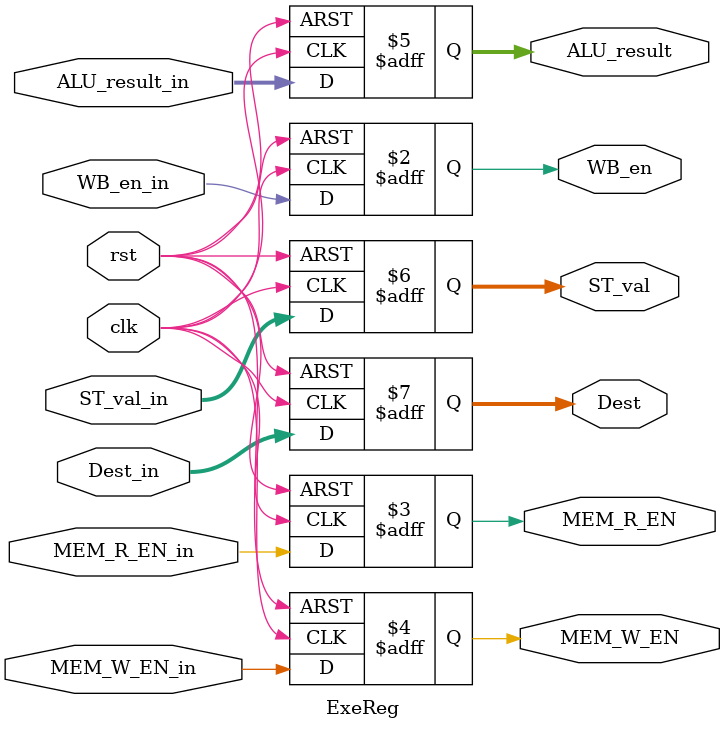
<source format=v>
module ExeReg(
    input clk, rst, WB_en_in, MEM_R_EN_in, MEM_W_EN_in,
    input[31:0] ALU_result_in, ST_val_in,
    input[3:0] Dest_in,
    output reg WB_en, MEM_R_EN, MEM_W_EN,
    output reg[31:0] ALU_result, ST_val,
    output reg[3:0] Dest
);

    always @(posedge clk,posedge rst) begin
        if(rst) begin
            {WB_en, MEM_R_EN, MEM_W_EN} <= 3'b0;
            {ALU_result, ST_val} <= {2*32'b0};
            {Dest} <= 4'b0;
        end
        else begin
            {WB_en, MEM_R_EN, MEM_W_EN} <= {WB_en_in, MEM_R_EN_in, MEM_W_EN_in};
            {ALU_result, ST_val} <= {ALU_result_in, ST_val_in};
            {Dest} <= {Dest_in};
        end
    end
endmodule
</source>
